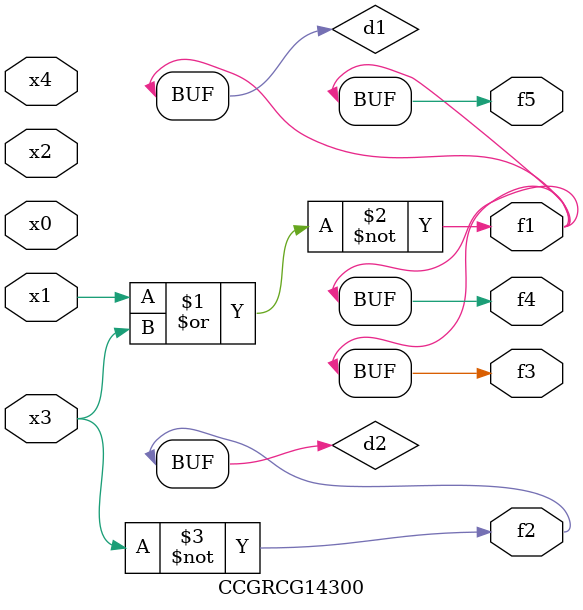
<source format=v>
module CCGRCG14300(
	input x0, x1, x2, x3, x4,
	output f1, f2, f3, f4, f5
);

	wire d1, d2;

	nor (d1, x1, x3);
	not (d2, x3);
	assign f1 = d1;
	assign f2 = d2;
	assign f3 = d1;
	assign f4 = d1;
	assign f5 = d1;
endmodule

</source>
